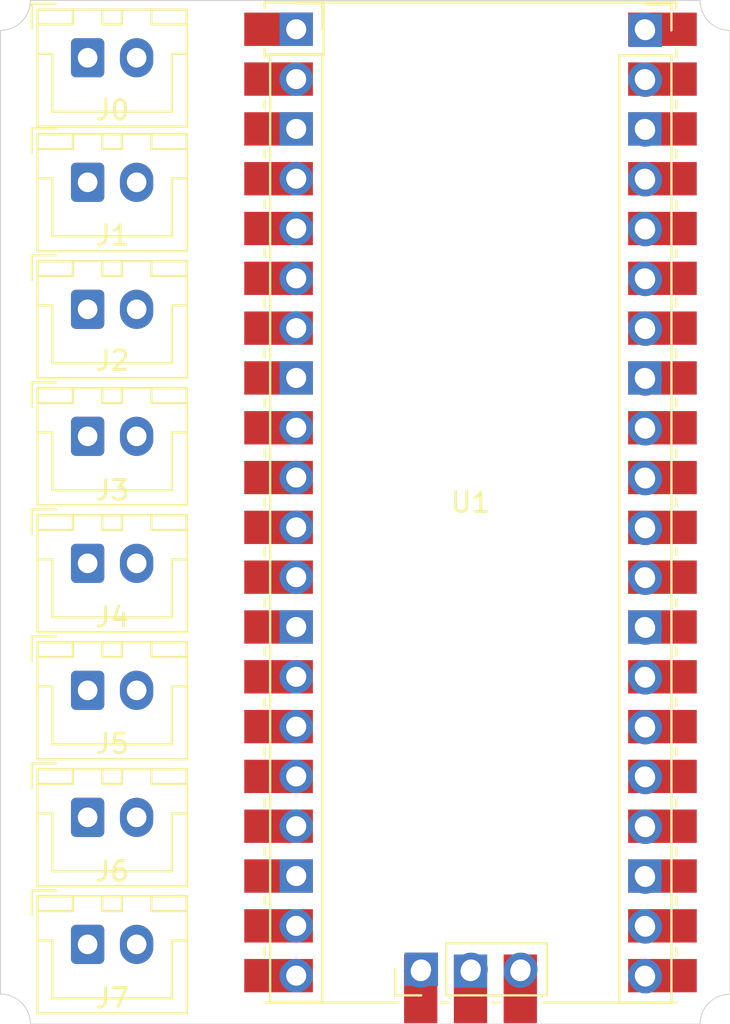
<source format=kicad_pcb>
(kicad_pcb (version 20171130) (host pcbnew "(5.1.12)-1")

  (general
    (thickness 1.6)
    (drawings 8)
    (tracks 0)
    (zones 0)
    (modules 12)
    (nets 39)
  )

  (page A4)
  (layers
    (0 F.Cu signal hide)
    (31 B.Cu signal hide)
    (32 B.Adhes user)
    (33 F.Adhes user)
    (34 B.Paste user)
    (35 F.Paste user)
    (36 B.SilkS user)
    (37 F.SilkS user)
    (38 B.Mask user)
    (39 F.Mask user)
    (40 Dwgs.User user)
    (41 Cmts.User user)
    (42 Eco1.User user)
    (43 Eco2.User user)
    (44 Edge.Cuts user)
    (45 Margin user)
    (46 B.CrtYd user)
    (47 F.CrtYd user)
    (48 B.Fab user)
    (49 F.Fab user)
  )

  (setup
    (last_trace_width 0.25)
    (trace_clearance 0.2)
    (zone_clearance 0.508)
    (zone_45_only no)
    (trace_min 0.2)
    (via_size 0.8)
    (via_drill 0.4)
    (via_min_size 0.4)
    (via_min_drill 0.3)
    (uvia_size 0.3)
    (uvia_drill 0.1)
    (uvias_allowed no)
    (uvia_min_size 0.2)
    (uvia_min_drill 0.1)
    (edge_width 0.1)
    (segment_width 0.2)
    (pcb_text_width 0.3)
    (pcb_text_size 1.5 1.5)
    (mod_edge_width 0.15)
    (mod_text_size 1 1)
    (mod_text_width 0.15)
    (pad_size 1.524 1.524)
    (pad_drill 0.762)
    (pad_to_mask_clearance 0)
    (aux_axis_origin 0 0)
    (visible_elements 7FFFFFFF)
    (pcbplotparams
      (layerselection 0x010fc_ffffffff)
      (usegerberextensions false)
      (usegerberattributes true)
      (usegerberadvancedattributes true)
      (creategerberjobfile true)
      (excludeedgelayer true)
      (linewidth 0.100000)
      (plotframeref false)
      (viasonmask false)
      (mode 1)
      (useauxorigin false)
      (hpglpennumber 1)
      (hpglpenspeed 20)
      (hpglpendiameter 15.000000)
      (psnegative false)
      (psa4output false)
      (plotreference true)
      (plotvalue true)
      (plotinvisibletext false)
      (padsonsilk false)
      (subtractmaskfromsilk false)
      (outputformat 1)
      (mirror false)
      (drillshape 1)
      (scaleselection 1)
      (outputdirectory ""))
  )

  (net 0 "")
  (net 1 pin_11)
  (net 2 "Net-(J0-Pad1)")
  (net 3 pin_12)
  (net 4 pin_14)
  (net 5 pin_15)
  (net 6 pin_16)
  (net 7 pin_17)
  (net 8 pin_19)
  (net 9 pin_20)
  (net 10 pin_18)
  (net 11 GND)
  (net 12 /pin_10)
  (net 13 /pin_9)
  (net 14 /pin_7)
  (net 15 /pin_6)
  (net 16 /pin_5)
  (net 17 /pin_4)
  (net 18 /pin_2)
  (net 19 /pin_1)
  (net 20 /pin_21)
  (net 21 /pin_22)
  (net 22 /pin_24)
  (net 23 /pin_25)
  (net 24 /pin_26)
  (net 25 /pin_27)
  (net 26 /pin_29)
  (net 27 /pin_30)
  (net 28 /pin_31)
  (net 29 /pin_32)
  (net 30 /pin_33)
  (net 31 /pin_34)
  (net 32 /pin_35)
  (net 33 /pin_36)
  (net 34 /pin_37)
  (net 35 /pin_39)
  (net 36 /pin_40)
  (net 37 /pin_43)
  (net 38 /pin_41)

  (net_class Default "This is the default net class."
    (clearance 0.2)
    (trace_width 0.25)
    (via_dia 0.8)
    (via_drill 0.4)
    (uvia_dia 0.3)
    (uvia_drill 0.1)
    (add_net /pin_1)
    (add_net /pin_10)
    (add_net /pin_2)
    (add_net /pin_21)
    (add_net /pin_22)
    (add_net /pin_24)
    (add_net /pin_25)
    (add_net /pin_26)
    (add_net /pin_27)
    (add_net /pin_29)
    (add_net /pin_30)
    (add_net /pin_31)
    (add_net /pin_32)
    (add_net /pin_33)
    (add_net /pin_34)
    (add_net /pin_35)
    (add_net /pin_36)
    (add_net /pin_37)
    (add_net /pin_39)
    (add_net /pin_4)
    (add_net /pin_40)
    (add_net /pin_41)
    (add_net /pin_43)
    (add_net /pin_5)
    (add_net /pin_6)
    (add_net /pin_7)
    (add_net /pin_9)
    (add_net GND)
    (add_net "Net-(J0-Pad1)")
    (add_net pin_11)
    (add_net pin_12)
    (add_net pin_14)
    (add_net pin_15)
    (add_net pin_16)
    (add_net pin_17)
    (add_net pin_18)
    (add_net pin_19)
    (add_net pin_20)
  )

  (module MCU_RaspberryPi_and_Boards:RPi_Pico_SMD_TH (layer F.Cu) (tedit 61EC7A7A) (tstamp 61F9F696)
    (at 109.445999 71.318)
    (descr "Through hole straight pin header, 2x20, 2.54mm pitch, double rows")
    (tags "Through hole pin header THT 2x20 2.54mm double row")
    (path /61EC882D)
    (fp_text reference U1 (at 8.89 24.13) (layer F.SilkS)
      (effects (font (size 1 1) (thickness 0.15)))
    )
    (fp_text value Pico (at 8.89 26.289) (layer F.Fab)
      (effects (font (size 1 1) (thickness 0.15)))
    )
    (fp_poly (pts (xy 12.59 3.93) (xy 5.19 3.93) (xy 5.19 -0.77) (xy 12.59 -0.77)) (layer Dwgs.User) (width 0.1))
    (fp_poly (pts (xy 7.39 12.63) (xy 5.39 12.63) (xy 5.39 10.63) (xy 7.39 10.63)) (layer Dwgs.User) (width 0.1))
    (fp_poly (pts (xy 7.39 10.13) (xy 5.39 10.13) (xy 5.39 8.13) (xy 7.39 8.13)) (layer Dwgs.User) (width 0.1))
    (fp_poly (pts (xy 7.39 7.63) (xy 5.39 7.63) (xy 5.39 5.63) (xy 7.39 5.63)) (layer Dwgs.User) (width 0.1))
    (fp_line (start -1.61 -1.37) (end 19.39 -1.37) (layer F.Fab) (width 0.12))
    (fp_line (start 19.39 -1.37) (end 19.39 49.63) (layer F.Fab) (width 0.12))
    (fp_line (start 19.39 49.63) (end -1.61 49.63) (layer F.Fab) (width 0.12))
    (fp_line (start -1.61 49.63) (end -1.61 -1.37) (layer F.Fab) (width 0.12))
    (fp_line (start -1.61 -0.07) (end -0.31 -1.37) (layer F.Fab) (width 0.12))
    (fp_line (start -2.11 -1.87) (end 19.89 -1.87) (layer F.CrtYd) (width 0.12))
    (fp_line (start 19.89 -1.87) (end 19.89 50.13) (layer F.CrtYd) (width 0.12))
    (fp_line (start 19.89 50.13) (end -2.11 50.13) (layer F.CrtYd) (width 0.12))
    (fp_line (start -2.11 50.13) (end -2.11 -1.87) (layer F.CrtYd) (width 0.12))
    (fp_line (start -1.61 -1.37) (end 19.39 -1.37) (layer F.SilkS) (width 0.12))
    (fp_line (start 5.19 49.63) (end -1.61 49.63) (layer F.SilkS) (width 0.12))
    (fp_line (start -1.61 1.297) (end 1.397 1.297) (layer F.SilkS) (width 0.12))
    (fp_line (start 1.397 1.297) (end 1.397 -1.37) (layer F.SilkS) (width 0.12))
    (fp_line (start -1.61 -1.37) (end -1.61 -1.07) (layer F.SilkS) (width 0.12))
    (fp_line (start -1.61 1.03) (end -1.61 1.43) (layer F.SilkS) (width 0.12))
    (fp_line (start -1.61 3.63) (end -1.61 4.03) (layer F.SilkS) (width 0.12))
    (fp_line (start -1.61 6.13) (end -1.61 6.53) (layer F.SilkS) (width 0.12))
    (fp_line (start -1.61 8.73) (end -1.61 9.13) (layer F.SilkS) (width 0.12))
    (fp_line (start -1.61 11.23) (end -1.61 11.63) (layer F.SilkS) (width 0.12))
    (fp_line (start -1.61 13.73) (end -1.61 14.13) (layer F.SilkS) (width 0.12))
    (fp_line (start -1.61 16.33) (end -1.61 16.73) (layer F.SilkS) (width 0.12))
    (fp_line (start -1.61 18.83) (end -1.61 19.23) (layer F.SilkS) (width 0.12))
    (fp_line (start -1.61 21.43) (end -1.61 21.83) (layer F.SilkS) (width 0.12))
    (fp_line (start -1.61 23.93) (end -1.61 24.33) (layer F.SilkS) (width 0.12))
    (fp_line (start -1.61 26.43) (end -1.61 26.83) (layer F.SilkS) (width 0.12))
    (fp_line (start -1.61 29.03) (end -1.61 29.43) (layer F.SilkS) (width 0.12))
    (fp_line (start -1.61 31.53) (end -1.61 31.93) (layer F.SilkS) (width 0.12))
    (fp_line (start -1.61 34.13) (end -1.61 34.53) (layer F.SilkS) (width 0.12))
    (fp_line (start -1.61 36.63) (end -1.61 37.03) (layer F.SilkS) (width 0.12))
    (fp_line (start -1.61 39.23) (end -1.61 39.63) (layer F.SilkS) (width 0.12))
    (fp_line (start -1.61 41.73) (end -1.61 42.13) (layer F.SilkS) (width 0.12))
    (fp_line (start -1.61 44.23) (end -1.61 44.63) (layer F.SilkS) (width 0.12))
    (fp_line (start -1.61 46.83) (end -1.61 47.23) (layer F.SilkS) (width 0.12))
    (fp_line (start 19.39 13.73) (end 19.39 14.13) (layer F.SilkS) (width 0.12))
    (fp_line (start 19.39 18.83) (end 19.39 19.23) (layer F.SilkS) (width 0.12))
    (fp_line (start 19.39 26.43) (end 19.39 26.83) (layer F.SilkS) (width 0.12))
    (fp_line (start 19.39 34.13) (end 19.39 34.53) (layer F.SilkS) (width 0.12))
    (fp_line (start 19.39 3.63) (end 19.39 4.03) (layer F.SilkS) (width 0.12))
    (fp_line (start 19.39 1.03) (end 19.39 1.43) (layer F.SilkS) (width 0.12))
    (fp_line (start 19.39 8.73) (end 19.39 9.13) (layer F.SilkS) (width 0.12))
    (fp_line (start 19.39 41.73) (end 19.39 42.13) (layer F.SilkS) (width 0.12))
    (fp_line (start 19.39 46.83) (end 19.39 47.23) (layer F.SilkS) (width 0.12))
    (fp_line (start 19.39 44.23) (end 19.39 44.63) (layer F.SilkS) (width 0.12))
    (fp_line (start 19.39 29.03) (end 19.39 29.43) (layer F.SilkS) (width 0.12))
    (fp_line (start 19.39 23.93) (end 19.39 24.33) (layer F.SilkS) (width 0.12))
    (fp_line (start 19.39 11.23) (end 19.39 11.63) (layer F.SilkS) (width 0.12))
    (fp_line (start 19.39 16.33) (end 19.39 16.73) (layer F.SilkS) (width 0.12))
    (fp_line (start 19.39 36.63) (end 19.39 37.03) (layer F.SilkS) (width 0.12))
    (fp_line (start 19.39 21.43) (end 19.39 21.83) (layer F.SilkS) (width 0.12))
    (fp_line (start 19.39 -1.37) (end 19.39 -1.07) (layer F.SilkS) (width 0.12))
    (fp_line (start 19.39 6.13) (end 19.39 6.53) (layer F.SilkS) (width 0.12))
    (fp_line (start 19.39 31.53) (end 19.39 31.93) (layer F.SilkS) (width 0.12))
    (fp_line (start 19.39 39.23) (end 19.39 39.63) (layer F.SilkS) (width 0.12))
    (fp_line (start 19.39 49.63) (end 12.59 49.63) (layer F.SilkS) (width 0.12))
    (fp_line (start 7.39 49.63) (end 7.79 49.63) (layer F.SilkS) (width 0.12))
    (fp_line (start 9.99 49.63) (end 10.39 49.63) (layer F.SilkS) (width 0.12))
    (fp_text user %R (at 8.89 24.13 180) (layer F.Fab)
      (effects (font (size 1 1) (thickness 0.15)))
    )
    (pad 43 thru_hole oval (at 11.43 48.03) (size 1.7 1.7) (drill 1.02) (layers *.Cu *.Mask)
      (net 37 /pin_43))
    (pad 43 smd rect (at 11.43 48.03 90) (size 3.5 1.7) (drill (offset -0.9 0)) (layers F.Cu F.Mask)
      (net 37 /pin_43))
    (pad 42 thru_hole rect (at 8.89 48.03) (size 1.7 1.7) (drill 1.02) (layers *.Cu *.Mask)
      (net 2 "Net-(J0-Pad1)"))
    (pad 42 smd rect (at 8.89 48.03 90) (size 3.5 1.7) (drill (offset -0.9 0)) (layers F.Cu F.Mask)
      (net 2 "Net-(J0-Pad1)"))
    (pad 41 thru_hole oval (at 6.35 48.03) (size 1.7 1.7) (drill 1.02) (layers *.Cu *.Mask)
      (net 38 /pin_41))
    (pad 41 smd rect (at 6.35 48.03 90) (size 3.5 1.7) (drill (offset -0.9 0)) (layers F.Cu F.Mask)
      (net 38 /pin_41))
    (pad "" np_thru_hole oval (at 11.315 3.16) (size 1.5 1.5) (drill 1.5) (layers *.Cu *.Mask))
    (pad "" np_thru_hole oval (at 6.465 3.16) (size 1.5 1.5) (drill 1.5) (layers *.Cu *.Mask))
    (pad "" np_thru_hole oval (at 11.615 0.13) (size 1.8 1.8) (drill 1.8) (layers *.Cu *.Mask))
    (pad "" np_thru_hole oval (at 6.165 0.13) (size 1.8 1.8) (drill 1.8) (layers *.Cu *.Mask))
    (pad 21 smd rect (at 17.78 48.26) (size 3.5 1.7) (drill (offset 0.9 0)) (layers F.Cu F.Mask)
      (net 20 /pin_21))
    (pad 22 smd rect (at 17.78 45.72) (size 3.5 1.7) (drill (offset 0.9 0)) (layers F.Cu F.Mask)
      (net 21 /pin_22))
    (pad 23 smd rect (at 17.78 43.18) (size 3.5 1.7) (drill (offset 0.9 0)) (layers F.Cu F.Mask)
      (net 2 "Net-(J0-Pad1)"))
    (pad 24 smd rect (at 17.78 40.64) (size 3.5 1.7) (drill (offset 0.9 0)) (layers F.Cu F.Mask)
      (net 22 /pin_24))
    (pad 25 smd rect (at 17.78 38.1) (size 3.5 1.7) (drill (offset 0.9 0)) (layers F.Cu F.Mask)
      (net 23 /pin_25))
    (pad 26 smd rect (at 17.78 35.56) (size 3.5 1.7) (drill (offset 0.9 0)) (layers F.Cu F.Mask)
      (net 24 /pin_26))
    (pad 27 smd rect (at 17.78 33.02) (size 3.5 1.7) (drill (offset 0.9 0)) (layers F.Cu F.Mask)
      (net 25 /pin_27))
    (pad 28 smd rect (at 17.78 30.48) (size 3.5 1.7) (drill (offset 0.9 0)) (layers F.Cu F.Mask)
      (net 2 "Net-(J0-Pad1)"))
    (pad 29 smd rect (at 17.78 27.94) (size 3.5 1.7) (drill (offset 0.9 0)) (layers F.Cu F.Mask)
      (net 26 /pin_29))
    (pad 30 smd rect (at 17.78 25.4) (size 3.5 1.7) (drill (offset 0.9 0)) (layers F.Cu F.Mask)
      (net 27 /pin_30))
    (pad 31 smd rect (at 17.78 22.86) (size 3.5 1.7) (drill (offset 0.9 0)) (layers F.Cu F.Mask)
      (net 28 /pin_31))
    (pad 32 smd rect (at 17.78 20.32) (size 3.5 1.7) (drill (offset 0.9 0)) (layers F.Cu F.Mask)
      (net 29 /pin_32))
    (pad 33 smd rect (at 17.78 17.78) (size 3.5 1.7) (drill (offset 0.9 0)) (layers F.Cu F.Mask)
      (net 30 /pin_33))
    (pad 34 smd rect (at 17.78 15.24) (size 3.5 1.7) (drill (offset 0.9 0)) (layers F.Cu F.Mask)
      (net 31 /pin_34))
    (pad 35 smd rect (at 17.78 12.7) (size 3.5 1.7) (drill (offset 0.9 0)) (layers F.Cu F.Mask)
      (net 32 /pin_35))
    (pad 36 smd rect (at 17.78 10.16) (size 3.5 1.7) (drill (offset 0.9 0)) (layers F.Cu F.Mask)
      (net 33 /pin_36))
    (pad 37 smd rect (at 17.78 7.62) (size 3.5 1.7) (drill (offset 0.9 0)) (layers F.Cu F.Mask)
      (net 34 /pin_37))
    (pad 38 smd rect (at 17.78 5.08) (size 3.5 1.7) (drill (offset 0.9 0)) (layers F.Cu F.Mask)
      (net 2 "Net-(J0-Pad1)"))
    (pad 39 smd rect (at 17.78 2.54) (size 3.5 1.7) (drill (offset 0.9 0)) (layers F.Cu F.Mask)
      (net 35 /pin_39))
    (pad 40 smd rect (at 17.78 0) (size 3.5 1.7) (drill (offset 0.9 0)) (layers F.Cu F.Mask)
      (net 36 /pin_40))
    (pad 20 smd rect (at 0 48.26) (size 3.5 1.7) (drill (offset -0.9 0)) (layers F.Cu F.Mask)
      (net 9 pin_20))
    (pad 19 smd rect (at 0 45.72) (size 3.5 1.7) (drill (offset -0.9 0)) (layers F.Cu F.Mask)
      (net 8 pin_19))
    (pad 18 smd rect (at 0 43.18) (size 3.5 1.7) (drill (offset -0.9 0)) (layers F.Cu F.Mask)
      (net 2 "Net-(J0-Pad1)"))
    (pad 17 smd rect (at 0 40.64) (size 3.5 1.7) (drill (offset -0.9 0)) (layers F.Cu F.Mask)
      (net 7 pin_17))
    (pad 16 smd rect (at 0 38.1) (size 3.5 1.7) (drill (offset -0.9 0)) (layers F.Cu F.Mask)
      (net 6 pin_16))
    (pad 15 smd rect (at 0 35.56) (size 3.5 1.7) (drill (offset -0.9 0)) (layers F.Cu F.Mask)
      (net 5 pin_15))
    (pad 14 smd rect (at 0 33.02) (size 3.5 1.7) (drill (offset -0.9 0)) (layers F.Cu F.Mask)
      (net 4 pin_14))
    (pad 13 smd rect (at 0 30.48) (size 3.5 1.7) (drill (offset -0.9 0)) (layers F.Cu F.Mask)
      (net 2 "Net-(J0-Pad1)"))
    (pad 12 smd rect (at 0 27.94) (size 3.5 1.7) (drill (offset -0.9 0)) (layers F.Cu F.Mask)
      (net 3 pin_12))
    (pad 11 smd rect (at 0 25.4) (size 3.5 1.7) (drill (offset -0.9 0)) (layers F.Cu F.Mask)
      (net 1 pin_11))
    (pad 10 smd rect (at 0 22.86) (size 3.5 1.7) (drill (offset -0.9 0)) (layers F.Cu F.Mask)
      (net 12 /pin_10))
    (pad 9 smd rect (at 0 20.32) (size 3.5 1.7) (drill (offset -0.9 0)) (layers F.Cu F.Mask)
      (net 13 /pin_9))
    (pad 8 smd rect (at 0 17.78) (size 3.5 1.7) (drill (offset -0.9 0)) (layers F.Cu F.Mask)
      (net 2 "Net-(J0-Pad1)"))
    (pad 7 smd rect (at 0 15.24) (size 3.5 1.7) (drill (offset -0.9 0)) (layers F.Cu F.Mask)
      (net 14 /pin_7))
    (pad 6 smd rect (at 0 12.7) (size 3.5 1.7) (drill (offset -0.9 0)) (layers F.Cu F.Mask)
      (net 15 /pin_6))
    (pad 5 smd rect (at 0 10.16) (size 3.5 1.7) (drill (offset -0.9 0)) (layers F.Cu F.Mask)
      (net 16 /pin_5))
    (pad 4 smd rect (at 0 7.62) (size 3.5 1.7) (drill (offset -0.9 0)) (layers F.Cu F.Mask)
      (net 17 /pin_4))
    (pad 3 smd rect (at 0 5.08) (size 3.5 1.7) (drill (offset -0.9 0)) (layers F.Cu F.Mask)
      (net 2 "Net-(J0-Pad1)"))
    (pad 2 smd rect (at 0 2.54) (size 3.5 1.7) (drill (offset -0.9 0)) (layers F.Cu F.Mask)
      (net 18 /pin_2))
    (pad 1 smd rect (at 0 0) (size 3.5 1.7) (drill (offset -0.9 0)) (layers F.Cu F.Mask)
      (net 19 /pin_1))
    (pad 40 thru_hole oval (at 17.78 0) (size 1.7 1.7) (drill 1.02) (layers *.Cu *.Mask)
      (net 36 /pin_40))
    (pad 39 thru_hole oval (at 17.78 2.54) (size 1.7 1.7) (drill 1.02) (layers *.Cu *.Mask)
      (net 35 /pin_39))
    (pad 38 thru_hole rect (at 17.78 5.08) (size 1.7 1.7) (drill 1.02) (layers *.Cu *.Mask)
      (net 2 "Net-(J0-Pad1)"))
    (pad 37 thru_hole oval (at 17.78 7.62) (size 1.7 1.7) (drill 1.02) (layers *.Cu *.Mask)
      (net 34 /pin_37))
    (pad 36 thru_hole oval (at 17.78 10.16) (size 1.7 1.7) (drill 1.02) (layers *.Cu *.Mask)
      (net 33 /pin_36))
    (pad 35 thru_hole oval (at 17.78 12.7) (size 1.7 1.7) (drill 1.02) (layers *.Cu *.Mask)
      (net 32 /pin_35))
    (pad 34 thru_hole oval (at 17.78 15.24) (size 1.7 1.7) (drill 1.02) (layers *.Cu *.Mask)
      (net 31 /pin_34))
    (pad 33 thru_hole rect (at 17.78 17.78) (size 1.7 1.7) (drill 1.02) (layers *.Cu *.Mask)
      (net 30 /pin_33))
    (pad 32 thru_hole oval (at 17.78 20.32) (size 1.7 1.7) (drill 1.02) (layers *.Cu *.Mask)
      (net 29 /pin_32))
    (pad 31 thru_hole oval (at 17.78 22.86) (size 1.7 1.7) (drill 1.02) (layers *.Cu *.Mask)
      (net 28 /pin_31))
    (pad 30 thru_hole oval (at 17.78 25.4) (size 1.7 1.7) (drill 1.02) (layers *.Cu *.Mask)
      (net 27 /pin_30))
    (pad 29 thru_hole oval (at 17.78 27.94) (size 1.7 1.7) (drill 1.02) (layers *.Cu *.Mask)
      (net 26 /pin_29))
    (pad 28 thru_hole rect (at 17.78 30.48) (size 1.7 1.7) (drill 1.02) (layers *.Cu *.Mask)
      (net 2 "Net-(J0-Pad1)"))
    (pad 27 thru_hole oval (at 17.78 33.02) (size 1.7 1.7) (drill 1.02) (layers *.Cu *.Mask)
      (net 25 /pin_27))
    (pad 26 thru_hole oval (at 17.78 35.56) (size 1.7 1.7) (drill 1.02) (layers *.Cu *.Mask)
      (net 24 /pin_26))
    (pad 25 thru_hole oval (at 17.78 38.1) (size 1.7 1.7) (drill 1.02) (layers *.Cu *.Mask)
      (net 23 /pin_25))
    (pad 24 thru_hole oval (at 17.78 40.64) (size 1.7 1.7) (drill 1.02) (layers *.Cu *.Mask)
      (net 22 /pin_24))
    (pad 23 thru_hole rect (at 17.78 43.18) (size 1.7 1.7) (drill 1.02) (layers *.Cu *.Mask)
      (net 2 "Net-(J0-Pad1)"))
    (pad 22 thru_hole oval (at 17.78 45.72) (size 1.7 1.7) (drill 1.02) (layers *.Cu *.Mask)
      (net 21 /pin_22))
    (pad 21 thru_hole oval (at 17.78 48.26) (size 1.7 1.7) (drill 1.02) (layers *.Cu *.Mask)
      (net 20 /pin_21))
    (pad 20 thru_hole oval (at 0 48.26) (size 1.7 1.7) (drill 1.02) (layers *.Cu *.Mask)
      (net 9 pin_20))
    (pad 19 thru_hole oval (at 0 45.72) (size 1.7 1.7) (drill 1.02) (layers *.Cu *.Mask)
      (net 8 pin_19))
    (pad 18 thru_hole rect (at 0 43.18) (size 1.7 1.7) (drill 1.02) (layers *.Cu *.Mask)
      (net 2 "Net-(J0-Pad1)"))
    (pad 17 thru_hole oval (at 0 40.64) (size 1.7 1.7) (drill 1.02) (layers *.Cu *.Mask)
      (net 7 pin_17))
    (pad 16 thru_hole oval (at 0 38.1) (size 1.7 1.7) (drill 1.02) (layers *.Cu *.Mask)
      (net 6 pin_16))
    (pad 15 thru_hole oval (at 0 35.56) (size 1.7 1.7) (drill 1.02) (layers *.Cu *.Mask)
      (net 5 pin_15))
    (pad 14 thru_hole oval (at 0 33.02) (size 1.7 1.7) (drill 1.02) (layers *.Cu *.Mask)
      (net 4 pin_14))
    (pad 13 thru_hole rect (at 0 30.48) (size 1.7 1.7) (drill 1.02) (layers *.Cu *.Mask)
      (net 2 "Net-(J0-Pad1)"))
    (pad 12 thru_hole oval (at 0 27.94) (size 1.7 1.7) (drill 1.02) (layers *.Cu *.Mask)
      (net 3 pin_12))
    (pad 11 thru_hole oval (at 0 25.4) (size 1.7 1.7) (drill 1.02) (layers *.Cu *.Mask)
      (net 1 pin_11))
    (pad 10 thru_hole oval (at 0 22.86) (size 1.7 1.7) (drill 1.02) (layers *.Cu *.Mask)
      (net 12 /pin_10))
    (pad 9 thru_hole oval (at 0 20.32) (size 1.7 1.7) (drill 1.02) (layers *.Cu *.Mask)
      (net 13 /pin_9))
    (pad 8 thru_hole rect (at 0 17.78) (size 1.7 1.7) (drill 1.02) (layers *.Cu *.Mask)
      (net 2 "Net-(J0-Pad1)"))
    (pad 7 thru_hole oval (at 0 15.24) (size 1.7 1.7) (drill 1.02) (layers *.Cu *.Mask)
      (net 14 /pin_7))
    (pad 6 thru_hole oval (at 0 12.7) (size 1.7 1.7) (drill 1.02) (layers *.Cu *.Mask)
      (net 15 /pin_6))
    (pad 5 thru_hole oval (at 0 10.16) (size 1.7 1.7) (drill 1.02) (layers *.Cu *.Mask)
      (net 16 /pin_5))
    (pad 4 thru_hole oval (at 0 7.62) (size 1.7 1.7) (drill 1.02) (layers *.Cu *.Mask)
      (net 17 /pin_4))
    (pad 3 thru_hole rect (at 0 5.08) (size 1.7 1.7) (drill 1.02) (layers *.Cu *.Mask)
      (net 2 "Net-(J0-Pad1)"))
    (pad 2 thru_hole oval (at 0 2.54) (size 1.7 1.7) (drill 1.02) (layers *.Cu *.Mask)
      (net 18 /pin_2))
    (pad 1 thru_hole oval (at 0 0) (size 1.7 1.7) (drill 1.02) (layers *.Cu *.Mask)
      (net 19 /pin_1))
    (model D:/KiCAD/RP_Silicon_KiCad-main/KiCadLibraries/MCU_RaspberryPi_and_Boards.3dshapes/Pico.wrl
      (offset (xyz 9 -24.09 0))
      (scale (xyz 1 1 1))
      (rotate (xyz 0 0 0))
    )
    (model D:/KiCAD/RP_Silicon_KiCad-main/KiCadLibraries/MCU_RaspberryPi_and_Boards.3dshapes/Pico-R3.step
      (offset (xyz -1.4986 -49.5867944 0.49022))
      (scale (xyz 1 1 1))
      (rotate (xyz -90 0 0))
    )
  )

  (module Connector_PinHeader_2.54mm:PinHeader_1x03_P2.54mm_Vertical (layer F.Cu) (tedit 59FED5CC) (tstamp 61F9F5D0)
    (at 115.824 119.253 90)
    (descr "Through hole straight pin header, 1x03, 2.54mm pitch, single row")
    (tags "Through hole pin header THT 1x03 2.54mm single row")
    (path /620A257B)
    (fp_text reference J10 (at 2.159 2.413 180) (layer F.SilkS) hide
      (effects (font (size 1 1) (thickness 0.15)))
    )
    (fp_text value Conn_01x03_Male (at 2.921 2.667) (layer F.Fab)
      (effects (font (size 1 1) (thickness 0.15)))
    )
    (fp_line (start 1.8 -1.8) (end -1.8 -1.8) (layer F.CrtYd) (width 0.05))
    (fp_line (start 1.8 6.85) (end 1.8 -1.8) (layer F.CrtYd) (width 0.05))
    (fp_line (start -1.8 6.85) (end 1.8 6.85) (layer F.CrtYd) (width 0.05))
    (fp_line (start -1.8 -1.8) (end -1.8 6.85) (layer F.CrtYd) (width 0.05))
    (fp_line (start -1.33 -1.33) (end 0 -1.33) (layer F.SilkS) (width 0.12))
    (fp_line (start -1.33 0) (end -1.33 -1.33) (layer F.SilkS) (width 0.12))
    (fp_line (start -1.33 1.27) (end 1.33 1.27) (layer F.SilkS) (width 0.12))
    (fp_line (start 1.33 1.27) (end 1.33 6.41) (layer F.SilkS) (width 0.12))
    (fp_line (start -1.33 1.27) (end -1.33 6.41) (layer F.SilkS) (width 0.12))
    (fp_line (start -1.33 6.41) (end 1.33 6.41) (layer F.SilkS) (width 0.12))
    (fp_line (start -1.27 -0.635) (end -0.635 -1.27) (layer F.Fab) (width 0.1))
    (fp_line (start -1.27 6.35) (end -1.27 -0.635) (layer F.Fab) (width 0.1))
    (fp_line (start 1.27 6.35) (end -1.27 6.35) (layer F.Fab) (width 0.1))
    (fp_line (start 1.27 -1.27) (end 1.27 6.35) (layer F.Fab) (width 0.1))
    (fp_line (start -0.635 -1.27) (end 1.27 -1.27) (layer F.Fab) (width 0.1))
    (fp_text user %R (at 0 2.54) (layer F.Fab)
      (effects (font (size 1 1) (thickness 0.15)))
    )
    (pad 3 thru_hole oval (at 0 5.08 90) (size 1.7 1.7) (drill 1) (layers *.Cu *.Mask)
      (net 37 /pin_43))
    (pad 2 thru_hole oval (at 0 2.54 90) (size 1.7 1.7) (drill 1) (layers *.Cu *.Mask)
      (net 11 GND))
    (pad 1 thru_hole rect (at 0 0 90) (size 1.7 1.7) (drill 1) (layers *.Cu *.Mask)
      (net 38 /pin_41))
    (model ${KISYS3DMOD}/Connector_PinHeader_2.54mm.3dshapes/PinHeader_1x03_P2.54mm_Vertical.wrl
      (offset (xyz 0 0 0.9144))
      (scale (xyz 1 1 1))
      (rotate (xyz 0 0 0))
    )
  )

  (module Connector_PinSocket_2.54mm:PinSocket_1x20_P2.54mm_Vertical (layer F.Cu) (tedit 5A19A41E) (tstamp 61F9F5B9)
    (at 127.254 71.374)
    (descr "Through hole straight socket strip, 1x20, 2.54mm pitch, single row (from Kicad 4.0.7), script generated")
    (tags "Through hole socket strip THT 1x20 2.54mm single row")
    (path /61FF5FD5)
    (fp_text reference J9 (at 0 -2.77) (layer F.SilkS) hide
      (effects (font (size 1 1) (thickness 0.15)))
    )
    (fp_text value Conn_01x20_Female (at -2.159 28.702 -90) (layer F.Fab)
      (effects (font (size 1 1) (thickness 0.15)))
    )
    (fp_line (start -1.8 50) (end -1.8 -1.8) (layer F.CrtYd) (width 0.05))
    (fp_line (start 1.75 50) (end -1.8 50) (layer F.CrtYd) (width 0.05))
    (fp_line (start 1.75 -1.8) (end 1.75 50) (layer F.CrtYd) (width 0.05))
    (fp_line (start -1.8 -1.8) (end 1.75 -1.8) (layer F.CrtYd) (width 0.05))
    (fp_line (start 0 -1.33) (end 1.33 -1.33) (layer F.SilkS) (width 0.12))
    (fp_line (start 1.33 -1.33) (end 1.33 0) (layer F.SilkS) (width 0.12))
    (fp_line (start 1.33 1.27) (end 1.33 49.59) (layer F.SilkS) (width 0.12))
    (fp_line (start -1.33 49.59) (end 1.33 49.59) (layer F.SilkS) (width 0.12))
    (fp_line (start -1.33 1.27) (end -1.33 49.59) (layer F.SilkS) (width 0.12))
    (fp_line (start -1.33 1.27) (end 1.33 1.27) (layer F.SilkS) (width 0.12))
    (fp_line (start -1.27 49.53) (end -1.27 -1.27) (layer F.Fab) (width 0.1))
    (fp_line (start 1.27 49.53) (end -1.27 49.53) (layer F.Fab) (width 0.1))
    (fp_line (start 1.27 -0.635) (end 1.27 49.53) (layer F.Fab) (width 0.1))
    (fp_line (start 0.635 -1.27) (end 1.27 -0.635) (layer F.Fab) (width 0.1))
    (fp_line (start -1.27 -1.27) (end 0.635 -1.27) (layer F.Fab) (width 0.1))
    (fp_text user %R (at 0 24.13 90) (layer F.Fab)
      (effects (font (size 1 1) (thickness 0.15)))
    )
    (pad 20 thru_hole oval (at 0 48.26) (size 1.7 1.7) (drill 1) (layers *.Cu *.Mask)
      (net 20 /pin_21))
    (pad 19 thru_hole oval (at 0 45.72) (size 1.7 1.7) (drill 1) (layers *.Cu *.Mask)
      (net 21 /pin_22))
    (pad 18 thru_hole oval (at 0 43.18) (size 1.7 1.7) (drill 1) (layers *.Cu *.Mask)
      (net 11 GND))
    (pad 17 thru_hole oval (at 0 40.64) (size 1.7 1.7) (drill 1) (layers *.Cu *.Mask)
      (net 22 /pin_24))
    (pad 16 thru_hole oval (at 0 38.1) (size 1.7 1.7) (drill 1) (layers *.Cu *.Mask)
      (net 23 /pin_25))
    (pad 15 thru_hole oval (at 0 35.56) (size 1.7 1.7) (drill 1) (layers *.Cu *.Mask)
      (net 24 /pin_26))
    (pad 14 thru_hole oval (at 0 33.02) (size 1.7 1.7) (drill 1) (layers *.Cu *.Mask)
      (net 25 /pin_27))
    (pad 13 thru_hole oval (at 0 30.48) (size 1.7 1.7) (drill 1) (layers *.Cu *.Mask)
      (net 11 GND))
    (pad 12 thru_hole oval (at 0 27.94) (size 1.7 1.7) (drill 1) (layers *.Cu *.Mask)
      (net 26 /pin_29))
    (pad 11 thru_hole oval (at 0 25.4) (size 1.7 1.7) (drill 1) (layers *.Cu *.Mask)
      (net 27 /pin_30))
    (pad 10 thru_hole oval (at 0 22.86) (size 1.7 1.7) (drill 1) (layers *.Cu *.Mask)
      (net 28 /pin_31))
    (pad 9 thru_hole oval (at 0 20.32) (size 1.7 1.7) (drill 1) (layers *.Cu *.Mask)
      (net 29 /pin_32))
    (pad 8 thru_hole oval (at 0 17.78) (size 1.7 1.7) (drill 1) (layers *.Cu *.Mask)
      (net 30 /pin_33))
    (pad 7 thru_hole oval (at 0 15.24) (size 1.7 1.7) (drill 1) (layers *.Cu *.Mask)
      (net 31 /pin_34))
    (pad 6 thru_hole oval (at 0 12.7) (size 1.7 1.7) (drill 1) (layers *.Cu *.Mask)
      (net 32 /pin_35))
    (pad 5 thru_hole oval (at 0 10.16) (size 1.7 1.7) (drill 1) (layers *.Cu *.Mask)
      (net 33 /pin_36))
    (pad 4 thru_hole oval (at 0 7.62) (size 1.7 1.7) (drill 1) (layers *.Cu *.Mask)
      (net 34 /pin_37))
    (pad 3 thru_hole oval (at 0 5.08) (size 1.7 1.7) (drill 1) (layers *.Cu *.Mask)
      (net 11 GND))
    (pad 2 thru_hole oval (at 0 2.54) (size 1.7 1.7) (drill 1) (layers *.Cu *.Mask)
      (net 35 /pin_39))
    (pad 1 thru_hole rect (at 0 0) (size 1.7 1.7) (drill 1) (layers *.Cu *.Mask)
      (net 36 /pin_40))
    (model ${KISYS3DMOD}/Connector_PinSocket_2.54mm.3dshapes/PinSocket_1x20_P2.54mm_Vertical.wrl
      (offset (xyz 0 0 0.9144))
      (scale (xyz 1 1 1))
      (rotate (xyz 0 0 0))
    )
  )

  (module Connector_PinSocket_2.54mm:PinSocket_1x20_P2.54mm_Vertical (layer F.Cu) (tedit 5A19A41E) (tstamp 61F9F591)
    (at 109.445999 71.318)
    (descr "Through hole straight socket strip, 1x20, 2.54mm pitch, single row (from Kicad 4.0.7), script generated")
    (tags "Through hole socket strip THT 1x20 2.54mm single row")
    (path /61FE034A)
    (fp_text reference J8 (at 0 -2.77) (layer F.SilkS) hide
      (effects (font (size 1 1) (thickness 0.15)))
    )
    (fp_text value Conn_01x20_Female (at 2.314001 28.504 -90) (layer F.Fab)
      (effects (font (size 1 1) (thickness 0.15)))
    )
    (fp_line (start -1.8 50) (end -1.8 -1.8) (layer F.CrtYd) (width 0.05))
    (fp_line (start 1.75 50) (end -1.8 50) (layer F.CrtYd) (width 0.05))
    (fp_line (start 1.75 -1.8) (end 1.75 50) (layer F.CrtYd) (width 0.05))
    (fp_line (start -1.8 -1.8) (end 1.75 -1.8) (layer F.CrtYd) (width 0.05))
    (fp_line (start 0 -1.33) (end 1.33 -1.33) (layer F.SilkS) (width 0.12))
    (fp_line (start 1.33 -1.33) (end 1.33 0) (layer F.SilkS) (width 0.12))
    (fp_line (start 1.33 1.27) (end 1.33 49.59) (layer F.SilkS) (width 0.12))
    (fp_line (start -1.33 49.59) (end 1.33 49.59) (layer F.SilkS) (width 0.12))
    (fp_line (start -1.33 1.27) (end -1.33 49.59) (layer F.SilkS) (width 0.12))
    (fp_line (start -1.33 1.27) (end 1.33 1.27) (layer F.SilkS) (width 0.12))
    (fp_line (start -1.27 49.53) (end -1.27 -1.27) (layer F.Fab) (width 0.1))
    (fp_line (start 1.27 49.53) (end -1.27 49.53) (layer F.Fab) (width 0.1))
    (fp_line (start 1.27 -0.635) (end 1.27 49.53) (layer F.Fab) (width 0.1))
    (fp_line (start 0.635 -1.27) (end 1.27 -0.635) (layer F.Fab) (width 0.1))
    (fp_line (start -1.27 -1.27) (end 0.635 -1.27) (layer F.Fab) (width 0.1))
    (fp_text user %R (at 0 24.13 90) (layer F.Fab)
      (effects (font (size 1 1) (thickness 0.15)))
    )
    (pad 20 thru_hole oval (at 0 48.26) (size 1.7 1.7) (drill 1) (layers *.Cu *.Mask)
      (net 9 pin_20))
    (pad 19 thru_hole oval (at 0 45.72) (size 1.7 1.7) (drill 1) (layers *.Cu *.Mask)
      (net 8 pin_19))
    (pad 18 thru_hole oval (at 0 43.18) (size 1.7 1.7) (drill 1) (layers *.Cu *.Mask)
      (net 10 pin_18))
    (pad 17 thru_hole oval (at 0 40.64) (size 1.7 1.7) (drill 1) (layers *.Cu *.Mask)
      (net 7 pin_17))
    (pad 16 thru_hole oval (at 0 38.1) (size 1.7 1.7) (drill 1) (layers *.Cu *.Mask)
      (net 6 pin_16))
    (pad 15 thru_hole oval (at 0 35.56) (size 1.7 1.7) (drill 1) (layers *.Cu *.Mask)
      (net 5 pin_15))
    (pad 14 thru_hole oval (at 0 33.02) (size 1.7 1.7) (drill 1) (layers *.Cu *.Mask)
      (net 4 pin_14))
    (pad 13 thru_hole oval (at 0 30.48) (size 1.7 1.7) (drill 1) (layers *.Cu *.Mask)
      (net 11 GND))
    (pad 12 thru_hole oval (at 0 27.94) (size 1.7 1.7) (drill 1) (layers *.Cu *.Mask)
      (net 3 pin_12))
    (pad 11 thru_hole oval (at 0 25.4) (size 1.7 1.7) (drill 1) (layers *.Cu *.Mask)
      (net 1 pin_11))
    (pad 10 thru_hole oval (at 0 22.86) (size 1.7 1.7) (drill 1) (layers *.Cu *.Mask)
      (net 12 /pin_10))
    (pad 9 thru_hole oval (at 0 20.32) (size 1.7 1.7) (drill 1) (layers *.Cu *.Mask)
      (net 13 /pin_9))
    (pad 8 thru_hole oval (at 0 17.78) (size 1.7 1.7) (drill 1) (layers *.Cu *.Mask)
      (net 11 GND))
    (pad 7 thru_hole oval (at 0 15.24) (size 1.7 1.7) (drill 1) (layers *.Cu *.Mask)
      (net 14 /pin_7))
    (pad 6 thru_hole oval (at 0 12.7) (size 1.7 1.7) (drill 1) (layers *.Cu *.Mask)
      (net 15 /pin_6))
    (pad 5 thru_hole oval (at 0 10.16) (size 1.7 1.7) (drill 1) (layers *.Cu *.Mask)
      (net 16 /pin_5))
    (pad 4 thru_hole oval (at 0 7.62) (size 1.7 1.7) (drill 1) (layers *.Cu *.Mask)
      (net 17 /pin_4))
    (pad 3 thru_hole oval (at 0 5.08) (size 1.7 1.7) (drill 1) (layers *.Cu *.Mask)
      (net 11 GND))
    (pad 2 thru_hole oval (at 0 2.54) (size 1.7 1.7) (drill 1) (layers *.Cu *.Mask)
      (net 18 /pin_2))
    (pad 1 thru_hole rect (at 0 0) (size 1.7 1.7) (drill 1) (layers *.Cu *.Mask)
      (net 19 /pin_1))
    (model ${KISYS3DMOD}/Connector_PinSocket_2.54mm.3dshapes/PinSocket_1x20_P2.54mm_Vertical.wrl
      (offset (xyz 0 0 0.9144))
      (scale (xyz 1 1 1))
      (rotate (xyz 0 0 0))
    )
  )

  (module Connector_JST:JST_XH_B2B-XH-A_1x02_P2.50mm_Vertical (layer F.Cu) (tedit 5C28146C) (tstamp 61F9F569)
    (at 98.806 117.983)
    (descr "JST XH series connector, B2B-XH-A (http://www.jst-mfg.com/product/pdf/eng/eXH.pdf), generated with kicad-footprint-generator")
    (tags "connector JST XH vertical")
    (path /61ED8A3F)
    (fp_text reference J7 (at 1.25 2.75) (layer F.SilkS)
      (effects (font (size 1 1) (thickness 0.15)))
    )
    (fp_text value Conn_01x02 (at 1.016 4.6) (layer F.Fab)
      (effects (font (size 1 1) (thickness 0.15)))
    )
    (fp_line (start -2.85 -2.75) (end -2.85 -1.5) (layer F.SilkS) (width 0.12))
    (fp_line (start -1.6 -2.75) (end -2.85 -2.75) (layer F.SilkS) (width 0.12))
    (fp_line (start 4.3 2.75) (end 1.25 2.75) (layer F.SilkS) (width 0.12))
    (fp_line (start 4.3 -0.2) (end 4.3 2.75) (layer F.SilkS) (width 0.12))
    (fp_line (start 5.05 -0.2) (end 4.3 -0.2) (layer F.SilkS) (width 0.12))
    (fp_line (start -1.8 2.75) (end 1.25 2.75) (layer F.SilkS) (width 0.12))
    (fp_line (start -1.8 -0.2) (end -1.8 2.75) (layer F.SilkS) (width 0.12))
    (fp_line (start -2.55 -0.2) (end -1.8 -0.2) (layer F.SilkS) (width 0.12))
    (fp_line (start 5.05 -2.45) (end 3.25 -2.45) (layer F.SilkS) (width 0.12))
    (fp_line (start 5.05 -1.7) (end 5.05 -2.45) (layer F.SilkS) (width 0.12))
    (fp_line (start 3.25 -1.7) (end 5.05 -1.7) (layer F.SilkS) (width 0.12))
    (fp_line (start 3.25 -2.45) (end 3.25 -1.7) (layer F.SilkS) (width 0.12))
    (fp_line (start -0.75 -2.45) (end -2.55 -2.45) (layer F.SilkS) (width 0.12))
    (fp_line (start -0.75 -1.7) (end -0.75 -2.45) (layer F.SilkS) (width 0.12))
    (fp_line (start -2.55 -1.7) (end -0.75 -1.7) (layer F.SilkS) (width 0.12))
    (fp_line (start -2.55 -2.45) (end -2.55 -1.7) (layer F.SilkS) (width 0.12))
    (fp_line (start 1.75 -2.45) (end 0.75 -2.45) (layer F.SilkS) (width 0.12))
    (fp_line (start 1.75 -1.7) (end 1.75 -2.45) (layer F.SilkS) (width 0.12))
    (fp_line (start 0.75 -1.7) (end 1.75 -1.7) (layer F.SilkS) (width 0.12))
    (fp_line (start 0.75 -2.45) (end 0.75 -1.7) (layer F.SilkS) (width 0.12))
    (fp_line (start 0 -1.35) (end 0.625 -2.35) (layer F.Fab) (width 0.1))
    (fp_line (start -0.625 -2.35) (end 0 -1.35) (layer F.Fab) (width 0.1))
    (fp_line (start 5.45 -2.85) (end -2.95 -2.85) (layer F.CrtYd) (width 0.05))
    (fp_line (start 5.45 3.9) (end 5.45 -2.85) (layer F.CrtYd) (width 0.05))
    (fp_line (start -2.95 3.9) (end 5.45 3.9) (layer F.CrtYd) (width 0.05))
    (fp_line (start -2.95 -2.85) (end -2.95 3.9) (layer F.CrtYd) (width 0.05))
    (fp_line (start 5.06 -2.46) (end -2.56 -2.46) (layer F.SilkS) (width 0.12))
    (fp_line (start 5.06 3.51) (end 5.06 -2.46) (layer F.SilkS) (width 0.12))
    (fp_line (start -2.56 3.51) (end 5.06 3.51) (layer F.SilkS) (width 0.12))
    (fp_line (start -2.56 -2.46) (end -2.56 3.51) (layer F.SilkS) (width 0.12))
    (fp_line (start 4.95 -2.35) (end -2.45 -2.35) (layer F.Fab) (width 0.1))
    (fp_line (start 4.95 3.4) (end 4.95 -2.35) (layer F.Fab) (width 0.1))
    (fp_line (start -2.45 3.4) (end 4.95 3.4) (layer F.Fab) (width 0.1))
    (fp_line (start -2.45 -2.35) (end -2.45 3.4) (layer F.Fab) (width 0.1))
    (fp_text user %R (at 1.25 2.7) (layer F.Fab)
      (effects (font (size 1 1) (thickness 0.15)))
    )
    (pad 2 thru_hole oval (at 2.5 0) (size 1.7 2) (drill 1) (layers *.Cu *.Mask)
      (net 9 pin_20))
    (pad 1 thru_hole roundrect (at 0 0) (size 1.7 2) (drill 1) (layers *.Cu *.Mask) (roundrect_rratio 0.147059)
      (net 2 "Net-(J0-Pad1)"))
    (model ${KISYS3DMOD}/Connector_JST.3dshapes/JST_XH_B2B-XH-A_1x02_P2.50mm_Vertical.wrl
      (at (xyz 0 0 0))
      (scale (xyz 1 1 1))
      (rotate (xyz 0 0 0))
    )
  )

  (module Connector_JST:JST_XH_B2B-XH-A_1x02_P2.50mm_Vertical (layer F.Cu) (tedit 5C28146C) (tstamp 61F9F540)
    (at 98.806 111.506)
    (descr "JST XH series connector, B2B-XH-A (http://www.jst-mfg.com/product/pdf/eng/eXH.pdf), generated with kicad-footprint-generator")
    (tags "connector JST XH vertical")
    (path /61ED8641)
    (fp_text reference J6 (at 1.25 2.75) (layer F.SilkS)
      (effects (font (size 1 1) (thickness 0.15)))
    )
    (fp_text value Conn_01x02 (at 1.25 4.6) (layer F.Fab)
      (effects (font (size 1 1) (thickness 0.15)))
    )
    (fp_line (start -2.85 -2.75) (end -2.85 -1.5) (layer F.SilkS) (width 0.12))
    (fp_line (start -1.6 -2.75) (end -2.85 -2.75) (layer F.SilkS) (width 0.12))
    (fp_line (start 4.3 2.75) (end 1.25 2.75) (layer F.SilkS) (width 0.12))
    (fp_line (start 4.3 -0.2) (end 4.3 2.75) (layer F.SilkS) (width 0.12))
    (fp_line (start 5.05 -0.2) (end 4.3 -0.2) (layer F.SilkS) (width 0.12))
    (fp_line (start -1.8 2.75) (end 1.25 2.75) (layer F.SilkS) (width 0.12))
    (fp_line (start -1.8 -0.2) (end -1.8 2.75) (layer F.SilkS) (width 0.12))
    (fp_line (start -2.55 -0.2) (end -1.8 -0.2) (layer F.SilkS) (width 0.12))
    (fp_line (start 5.05 -2.45) (end 3.25 -2.45) (layer F.SilkS) (width 0.12))
    (fp_line (start 5.05 -1.7) (end 5.05 -2.45) (layer F.SilkS) (width 0.12))
    (fp_line (start 3.25 -1.7) (end 5.05 -1.7) (layer F.SilkS) (width 0.12))
    (fp_line (start 3.25 -2.45) (end 3.25 -1.7) (layer F.SilkS) (width 0.12))
    (fp_line (start -0.75 -2.45) (end -2.55 -2.45) (layer F.SilkS) (width 0.12))
    (fp_line (start -0.75 -1.7) (end -0.75 -2.45) (layer F.SilkS) (width 0.12))
    (fp_line (start -2.55 -1.7) (end -0.75 -1.7) (layer F.SilkS) (width 0.12))
    (fp_line (start -2.55 -2.45) (end -2.55 -1.7) (layer F.SilkS) (width 0.12))
    (fp_line (start 1.75 -2.45) (end 0.75 -2.45) (layer F.SilkS) (width 0.12))
    (fp_line (start 1.75 -1.7) (end 1.75 -2.45) (layer F.SilkS) (width 0.12))
    (fp_line (start 0.75 -1.7) (end 1.75 -1.7) (layer F.SilkS) (width 0.12))
    (fp_line (start 0.75 -2.45) (end 0.75 -1.7) (layer F.SilkS) (width 0.12))
    (fp_line (start 0 -1.35) (end 0.625 -2.35) (layer F.Fab) (width 0.1))
    (fp_line (start -0.625 -2.35) (end 0 -1.35) (layer F.Fab) (width 0.1))
    (fp_line (start 5.45 -2.85) (end -2.95 -2.85) (layer F.CrtYd) (width 0.05))
    (fp_line (start 5.45 3.9) (end 5.45 -2.85) (layer F.CrtYd) (width 0.05))
    (fp_line (start -2.95 3.9) (end 5.45 3.9) (layer F.CrtYd) (width 0.05))
    (fp_line (start -2.95 -2.85) (end -2.95 3.9) (layer F.CrtYd) (width 0.05))
    (fp_line (start 5.06 -2.46) (end -2.56 -2.46) (layer F.SilkS) (width 0.12))
    (fp_line (start 5.06 3.51) (end 5.06 -2.46) (layer F.SilkS) (width 0.12))
    (fp_line (start -2.56 3.51) (end 5.06 3.51) (layer F.SilkS) (width 0.12))
    (fp_line (start -2.56 -2.46) (end -2.56 3.51) (layer F.SilkS) (width 0.12))
    (fp_line (start 4.95 -2.35) (end -2.45 -2.35) (layer F.Fab) (width 0.1))
    (fp_line (start 4.95 3.4) (end 4.95 -2.35) (layer F.Fab) (width 0.1))
    (fp_line (start -2.45 3.4) (end 4.95 3.4) (layer F.Fab) (width 0.1))
    (fp_line (start -2.45 -2.35) (end -2.45 3.4) (layer F.Fab) (width 0.1))
    (fp_text user %R (at 1.25 2.7) (layer F.Fab)
      (effects (font (size 1 1) (thickness 0.15)))
    )
    (pad 2 thru_hole oval (at 2.5 0) (size 1.7 2) (drill 1) (layers *.Cu *.Mask)
      (net 8 pin_19))
    (pad 1 thru_hole roundrect (at 0 0) (size 1.7 2) (drill 1) (layers *.Cu *.Mask) (roundrect_rratio 0.147059)
      (net 2 "Net-(J0-Pad1)"))
    (model ${KISYS3DMOD}/Connector_JST.3dshapes/JST_XH_B2B-XH-A_1x02_P2.50mm_Vertical.wrl
      (at (xyz 0 0 0))
      (scale (xyz 1 1 1))
      (rotate (xyz 0 0 0))
    )
  )

  (module Connector_JST:JST_XH_B2B-XH-A_1x02_P2.50mm_Vertical (layer F.Cu) (tedit 5C28146C) (tstamp 61F9F517)
    (at 98.806 105.029)
    (descr "JST XH series connector, B2B-XH-A (http://www.jst-mfg.com/product/pdf/eng/eXH.pdf), generated with kicad-footprint-generator")
    (tags "connector JST XH vertical")
    (path /61ED83E2)
    (fp_text reference J5 (at 1.25 2.72143) (layer F.SilkS)
      (effects (font (size 1 1) (thickness 0.15)))
    )
    (fp_text value Conn_01x02 (at 1.25 4.6) (layer F.Fab)
      (effects (font (size 1 1) (thickness 0.15)))
    )
    (fp_line (start -2.85 -2.75) (end -2.85 -1.5) (layer F.SilkS) (width 0.12))
    (fp_line (start -1.6 -2.75) (end -2.85 -2.75) (layer F.SilkS) (width 0.12))
    (fp_line (start 4.3 2.75) (end 1.25 2.75) (layer F.SilkS) (width 0.12))
    (fp_line (start 4.3 -0.2) (end 4.3 2.75) (layer F.SilkS) (width 0.12))
    (fp_line (start 5.05 -0.2) (end 4.3 -0.2) (layer F.SilkS) (width 0.12))
    (fp_line (start -1.8 2.75) (end 1.25 2.75) (layer F.SilkS) (width 0.12))
    (fp_line (start -1.8 -0.2) (end -1.8 2.75) (layer F.SilkS) (width 0.12))
    (fp_line (start -2.55 -0.2) (end -1.8 -0.2) (layer F.SilkS) (width 0.12))
    (fp_line (start 5.05 -2.45) (end 3.25 -2.45) (layer F.SilkS) (width 0.12))
    (fp_line (start 5.05 -1.7) (end 5.05 -2.45) (layer F.SilkS) (width 0.12))
    (fp_line (start 3.25 -1.7) (end 5.05 -1.7) (layer F.SilkS) (width 0.12))
    (fp_line (start 3.25 -2.45) (end 3.25 -1.7) (layer F.SilkS) (width 0.12))
    (fp_line (start -0.75 -2.45) (end -2.55 -2.45) (layer F.SilkS) (width 0.12))
    (fp_line (start -0.75 -1.7) (end -0.75 -2.45) (layer F.SilkS) (width 0.12))
    (fp_line (start -2.55 -1.7) (end -0.75 -1.7) (layer F.SilkS) (width 0.12))
    (fp_line (start -2.55 -2.45) (end -2.55 -1.7) (layer F.SilkS) (width 0.12))
    (fp_line (start 1.75 -2.45) (end 0.75 -2.45) (layer F.SilkS) (width 0.12))
    (fp_line (start 1.75 -1.7) (end 1.75 -2.45) (layer F.SilkS) (width 0.12))
    (fp_line (start 0.75 -1.7) (end 1.75 -1.7) (layer F.SilkS) (width 0.12))
    (fp_line (start 0.75 -2.45) (end 0.75 -1.7) (layer F.SilkS) (width 0.12))
    (fp_line (start 0 -1.35) (end 0.625 -2.35) (layer F.Fab) (width 0.1))
    (fp_line (start -0.625 -2.35) (end 0 -1.35) (layer F.Fab) (width 0.1))
    (fp_line (start 5.45 -2.85) (end -2.95 -2.85) (layer F.CrtYd) (width 0.05))
    (fp_line (start 5.45 3.9) (end 5.45 -2.85) (layer F.CrtYd) (width 0.05))
    (fp_line (start -2.95 3.9) (end 5.45 3.9) (layer F.CrtYd) (width 0.05))
    (fp_line (start -2.95 -2.85) (end -2.95 3.9) (layer F.CrtYd) (width 0.05))
    (fp_line (start 5.06 -2.46) (end -2.56 -2.46) (layer F.SilkS) (width 0.12))
    (fp_line (start 5.06 3.51) (end 5.06 -2.46) (layer F.SilkS) (width 0.12))
    (fp_line (start -2.56 3.51) (end 5.06 3.51) (layer F.SilkS) (width 0.12))
    (fp_line (start -2.56 -2.46) (end -2.56 3.51) (layer F.SilkS) (width 0.12))
    (fp_line (start 4.95 -2.35) (end -2.45 -2.35) (layer F.Fab) (width 0.1))
    (fp_line (start 4.95 3.4) (end 4.95 -2.35) (layer F.Fab) (width 0.1))
    (fp_line (start -2.45 3.4) (end 4.95 3.4) (layer F.Fab) (width 0.1))
    (fp_line (start -2.45 -2.35) (end -2.45 3.4) (layer F.Fab) (width 0.1))
    (fp_text user %R (at 1.25 2.7) (layer F.Fab)
      (effects (font (size 1 1) (thickness 0.15)))
    )
    (pad 2 thru_hole oval (at 2.5 0) (size 1.7 2) (drill 1) (layers *.Cu *.Mask)
      (net 7 pin_17))
    (pad 1 thru_hole roundrect (at 0 0) (size 1.7 2) (drill 1) (layers *.Cu *.Mask) (roundrect_rratio 0.147059)
      (net 2 "Net-(J0-Pad1)"))
    (model ${KISYS3DMOD}/Connector_JST.3dshapes/JST_XH_B2B-XH-A_1x02_P2.50mm_Vertical.wrl
      (at (xyz 0 0 0))
      (scale (xyz 1 1 1))
      (rotate (xyz 0 0 0))
    )
  )

  (module Connector_JST:JST_XH_B2B-XH-A_1x02_P2.50mm_Vertical (layer F.Cu) (tedit 5C28146C) (tstamp 61F9F4EE)
    (at 98.806 98.552)
    (descr "JST XH series connector, B2B-XH-A (http://www.jst-mfg.com/product/pdf/eng/eXH.pdf), generated with kicad-footprint-generator")
    (tags "connector JST XH vertical")
    (path /61ED7EF9)
    (fp_text reference J4 (at 1.25 2.75) (layer F.SilkS)
      (effects (font (size 1 1) (thickness 0.15)))
    )
    (fp_text value Conn_01x02 (at 1.25 4.6) (layer F.Fab)
      (effects (font (size 1 1) (thickness 0.15)))
    )
    (fp_line (start -2.85 -2.75) (end -2.85 -1.5) (layer F.SilkS) (width 0.12))
    (fp_line (start -1.6 -2.75) (end -2.85 -2.75) (layer F.SilkS) (width 0.12))
    (fp_line (start 4.3 2.75) (end 1.25 2.75) (layer F.SilkS) (width 0.12))
    (fp_line (start 4.3 -0.2) (end 4.3 2.75) (layer F.SilkS) (width 0.12))
    (fp_line (start 5.05 -0.2) (end 4.3 -0.2) (layer F.SilkS) (width 0.12))
    (fp_line (start -1.8 2.75) (end 1.25 2.75) (layer F.SilkS) (width 0.12))
    (fp_line (start -1.8 -0.2) (end -1.8 2.75) (layer F.SilkS) (width 0.12))
    (fp_line (start -2.55 -0.2) (end -1.8 -0.2) (layer F.SilkS) (width 0.12))
    (fp_line (start 5.05 -2.45) (end 3.25 -2.45) (layer F.SilkS) (width 0.12))
    (fp_line (start 5.05 -1.7) (end 5.05 -2.45) (layer F.SilkS) (width 0.12))
    (fp_line (start 3.25 -1.7) (end 5.05 -1.7) (layer F.SilkS) (width 0.12))
    (fp_line (start 3.25 -2.45) (end 3.25 -1.7) (layer F.SilkS) (width 0.12))
    (fp_line (start -0.75 -2.45) (end -2.55 -2.45) (layer F.SilkS) (width 0.12))
    (fp_line (start -0.75 -1.7) (end -0.75 -2.45) (layer F.SilkS) (width 0.12))
    (fp_line (start -2.55 -1.7) (end -0.75 -1.7) (layer F.SilkS) (width 0.12))
    (fp_line (start -2.55 -2.45) (end -2.55 -1.7) (layer F.SilkS) (width 0.12))
    (fp_line (start 1.75 -2.45) (end 0.75 -2.45) (layer F.SilkS) (width 0.12))
    (fp_line (start 1.75 -1.7) (end 1.75 -2.45) (layer F.SilkS) (width 0.12))
    (fp_line (start 0.75 -1.7) (end 1.75 -1.7) (layer F.SilkS) (width 0.12))
    (fp_line (start 0.75 -2.45) (end 0.75 -1.7) (layer F.SilkS) (width 0.12))
    (fp_line (start 0 -1.35) (end 0.625 -2.35) (layer F.Fab) (width 0.1))
    (fp_line (start -0.625 -2.35) (end 0 -1.35) (layer F.Fab) (width 0.1))
    (fp_line (start 5.45 -2.85) (end -2.95 -2.85) (layer F.CrtYd) (width 0.05))
    (fp_line (start 5.45 3.9) (end 5.45 -2.85) (layer F.CrtYd) (width 0.05))
    (fp_line (start -2.95 3.9) (end 5.45 3.9) (layer F.CrtYd) (width 0.05))
    (fp_line (start -2.95 -2.85) (end -2.95 3.9) (layer F.CrtYd) (width 0.05))
    (fp_line (start 5.06 -2.46) (end -2.56 -2.46) (layer F.SilkS) (width 0.12))
    (fp_line (start 5.06 3.51) (end 5.06 -2.46) (layer F.SilkS) (width 0.12))
    (fp_line (start -2.56 3.51) (end 5.06 3.51) (layer F.SilkS) (width 0.12))
    (fp_line (start -2.56 -2.46) (end -2.56 3.51) (layer F.SilkS) (width 0.12))
    (fp_line (start 4.95 -2.35) (end -2.45 -2.35) (layer F.Fab) (width 0.1))
    (fp_line (start 4.95 3.4) (end 4.95 -2.35) (layer F.Fab) (width 0.1))
    (fp_line (start -2.45 3.4) (end 4.95 3.4) (layer F.Fab) (width 0.1))
    (fp_line (start -2.45 -2.35) (end -2.45 3.4) (layer F.Fab) (width 0.1))
    (fp_text user %R (at 1.25 2.7) (layer F.Fab)
      (effects (font (size 1 1) (thickness 0.15)))
    )
    (pad 2 thru_hole oval (at 2.5 0) (size 1.7 2) (drill 1) (layers *.Cu *.Mask)
      (net 6 pin_16))
    (pad 1 thru_hole roundrect (at 0 0) (size 1.7 2) (drill 1) (layers *.Cu *.Mask) (roundrect_rratio 0.147059)
      (net 2 "Net-(J0-Pad1)"))
    (model ${KISYS3DMOD}/Connector_JST.3dshapes/JST_XH_B2B-XH-A_1x02_P2.50mm_Vertical.wrl
      (at (xyz 0 0 0))
      (scale (xyz 1 1 1))
      (rotate (xyz 0 0 0))
    )
  )

  (module Connector_JST:JST_XH_B2B-XH-A_1x02_P2.50mm_Vertical (layer F.Cu) (tedit 5C28146C) (tstamp 61F9F4C5)
    (at 98.806 92.075)
    (descr "JST XH series connector, B2B-XH-A (http://www.jst-mfg.com/product/pdf/eng/eXH.pdf), generated with kicad-footprint-generator")
    (tags "connector JST XH vertical")
    (path /61ED7902)
    (fp_text reference J3 (at 1.25 2.75) (layer F.SilkS)
      (effects (font (size 1 1) (thickness 0.15)))
    )
    (fp_text value Conn_01x02 (at 1.25 4.6) (layer F.Fab)
      (effects (font (size 1 1) (thickness 0.15)))
    )
    (fp_line (start -2.85 -2.75) (end -2.85 -1.5) (layer F.SilkS) (width 0.12))
    (fp_line (start -1.6 -2.75) (end -2.85 -2.75) (layer F.SilkS) (width 0.12))
    (fp_line (start 4.3 2.75) (end 1.25 2.75) (layer F.SilkS) (width 0.12))
    (fp_line (start 4.3 -0.2) (end 4.3 2.75) (layer F.SilkS) (width 0.12))
    (fp_line (start 5.05 -0.2) (end 4.3 -0.2) (layer F.SilkS) (width 0.12))
    (fp_line (start -1.8 2.75) (end 1.25 2.75) (layer F.SilkS) (width 0.12))
    (fp_line (start -1.8 -0.2) (end -1.8 2.75) (layer F.SilkS) (width 0.12))
    (fp_line (start -2.55 -0.2) (end -1.8 -0.2) (layer F.SilkS) (width 0.12))
    (fp_line (start 5.05 -2.45) (end 3.25 -2.45) (layer F.SilkS) (width 0.12))
    (fp_line (start 5.05 -1.7) (end 5.05 -2.45) (layer F.SilkS) (width 0.12))
    (fp_line (start 3.25 -1.7) (end 5.05 -1.7) (layer F.SilkS) (width 0.12))
    (fp_line (start 3.25 -2.45) (end 3.25 -1.7) (layer F.SilkS) (width 0.12))
    (fp_line (start -0.75 -2.45) (end -2.55 -2.45) (layer F.SilkS) (width 0.12))
    (fp_line (start -0.75 -1.7) (end -0.75 -2.45) (layer F.SilkS) (width 0.12))
    (fp_line (start -2.55 -1.7) (end -0.75 -1.7) (layer F.SilkS) (width 0.12))
    (fp_line (start -2.55 -2.45) (end -2.55 -1.7) (layer F.SilkS) (width 0.12))
    (fp_line (start 1.75 -2.45) (end 0.75 -2.45) (layer F.SilkS) (width 0.12))
    (fp_line (start 1.75 -1.7) (end 1.75 -2.45) (layer F.SilkS) (width 0.12))
    (fp_line (start 0.75 -1.7) (end 1.75 -1.7) (layer F.SilkS) (width 0.12))
    (fp_line (start 0.75 -2.45) (end 0.75 -1.7) (layer F.SilkS) (width 0.12))
    (fp_line (start 0 -1.35) (end 0.625 -2.35) (layer F.Fab) (width 0.1))
    (fp_line (start -0.625 -2.35) (end 0 -1.35) (layer F.Fab) (width 0.1))
    (fp_line (start 5.45 -2.85) (end -2.95 -2.85) (layer F.CrtYd) (width 0.05))
    (fp_line (start 5.45 3.9) (end 5.45 -2.85) (layer F.CrtYd) (width 0.05))
    (fp_line (start -2.95 3.9) (end 5.45 3.9) (layer F.CrtYd) (width 0.05))
    (fp_line (start -2.95 -2.85) (end -2.95 3.9) (layer F.CrtYd) (width 0.05))
    (fp_line (start 5.06 -2.46) (end -2.56 -2.46) (layer F.SilkS) (width 0.12))
    (fp_line (start 5.06 3.51) (end 5.06 -2.46) (layer F.SilkS) (width 0.12))
    (fp_line (start -2.56 3.51) (end 5.06 3.51) (layer F.SilkS) (width 0.12))
    (fp_line (start -2.56 -2.46) (end -2.56 3.51) (layer F.SilkS) (width 0.12))
    (fp_line (start 4.95 -2.35) (end -2.45 -2.35) (layer F.Fab) (width 0.1))
    (fp_line (start 4.95 3.4) (end 4.95 -2.35) (layer F.Fab) (width 0.1))
    (fp_line (start -2.45 3.4) (end 4.95 3.4) (layer F.Fab) (width 0.1))
    (fp_line (start -2.45 -2.35) (end -2.45 3.4) (layer F.Fab) (width 0.1))
    (fp_text user %R (at 1.25 2.7) (layer F.Fab)
      (effects (font (size 1 1) (thickness 0.15)))
    )
    (pad 2 thru_hole oval (at 2.5 0) (size 1.7 2) (drill 1) (layers *.Cu *.Mask)
      (net 5 pin_15))
    (pad 1 thru_hole roundrect (at 0 0) (size 1.7 2) (drill 1) (layers *.Cu *.Mask) (roundrect_rratio 0.147059)
      (net 2 "Net-(J0-Pad1)"))
    (model ${KISYS3DMOD}/Connector_JST.3dshapes/JST_XH_B2B-XH-A_1x02_P2.50mm_Vertical.wrl
      (at (xyz 0 0 0))
      (scale (xyz 1 1 1))
      (rotate (xyz 0 0 0))
    )
  )

  (module Connector_JST:JST_XH_B2B-XH-A_1x02_P2.50mm_Vertical (layer F.Cu) (tedit 5C28146C) (tstamp 61F9F49C)
    (at 98.806 85.598)
    (descr "JST XH series connector, B2B-XH-A (http://www.jst-mfg.com/product/pdf/eng/eXH.pdf), generated with kicad-footprint-generator")
    (tags "connector JST XH vertical")
    (path /61ED76AD)
    (fp_text reference J2 (at 1.27 2.612572) (layer F.SilkS)
      (effects (font (size 1 1) (thickness 0.15)))
    )
    (fp_text value Conn_01x02 (at 1.25 4.6) (layer F.Fab)
      (effects (font (size 1 1) (thickness 0.15)))
    )
    (fp_line (start -2.85 -2.75) (end -2.85 -1.5) (layer F.SilkS) (width 0.12))
    (fp_line (start -1.6 -2.75) (end -2.85 -2.75) (layer F.SilkS) (width 0.12))
    (fp_line (start 4.3 2.75) (end 1.25 2.75) (layer F.SilkS) (width 0.12))
    (fp_line (start 4.3 -0.2) (end 4.3 2.75) (layer F.SilkS) (width 0.12))
    (fp_line (start 5.05 -0.2) (end 4.3 -0.2) (layer F.SilkS) (width 0.12))
    (fp_line (start -1.8 2.75) (end 1.25 2.75) (layer F.SilkS) (width 0.12))
    (fp_line (start -1.8 -0.2) (end -1.8 2.75) (layer F.SilkS) (width 0.12))
    (fp_line (start -2.55 -0.2) (end -1.8 -0.2) (layer F.SilkS) (width 0.12))
    (fp_line (start 5.05 -2.45) (end 3.25 -2.45) (layer F.SilkS) (width 0.12))
    (fp_line (start 5.05 -1.7) (end 5.05 -2.45) (layer F.SilkS) (width 0.12))
    (fp_line (start 3.25 -1.7) (end 5.05 -1.7) (layer F.SilkS) (width 0.12))
    (fp_line (start 3.25 -2.45) (end 3.25 -1.7) (layer F.SilkS) (width 0.12))
    (fp_line (start -0.75 -2.45) (end -2.55 -2.45) (layer F.SilkS) (width 0.12))
    (fp_line (start -0.75 -1.7) (end -0.75 -2.45) (layer F.SilkS) (width 0.12))
    (fp_line (start -2.55 -1.7) (end -0.75 -1.7) (layer F.SilkS) (width 0.12))
    (fp_line (start -2.55 -2.45) (end -2.55 -1.7) (layer F.SilkS) (width 0.12))
    (fp_line (start 1.75 -2.45) (end 0.75 -2.45) (layer F.SilkS) (width 0.12))
    (fp_line (start 1.75 -1.7) (end 1.75 -2.45) (layer F.SilkS) (width 0.12))
    (fp_line (start 0.75 -1.7) (end 1.75 -1.7) (layer F.SilkS) (width 0.12))
    (fp_line (start 0.75 -2.45) (end 0.75 -1.7) (layer F.SilkS) (width 0.12))
    (fp_line (start 0 -1.35) (end 0.625 -2.35) (layer F.Fab) (width 0.1))
    (fp_line (start -0.625 -2.35) (end 0 -1.35) (layer F.Fab) (width 0.1))
    (fp_line (start 5.45 -2.85) (end -2.95 -2.85) (layer F.CrtYd) (width 0.05))
    (fp_line (start 5.45 3.9) (end 5.45 -2.85) (layer F.CrtYd) (width 0.05))
    (fp_line (start -2.95 3.9) (end 5.45 3.9) (layer F.CrtYd) (width 0.05))
    (fp_line (start -2.95 -2.85) (end -2.95 3.9) (layer F.CrtYd) (width 0.05))
    (fp_line (start 5.06 -2.46) (end -2.56 -2.46) (layer F.SilkS) (width 0.12))
    (fp_line (start 5.06 3.51) (end 5.06 -2.46) (layer F.SilkS) (width 0.12))
    (fp_line (start -2.56 3.51) (end 5.06 3.51) (layer F.SilkS) (width 0.12))
    (fp_line (start -2.56 -2.46) (end -2.56 3.51) (layer F.SilkS) (width 0.12))
    (fp_line (start 4.95 -2.35) (end -2.45 -2.35) (layer F.Fab) (width 0.1))
    (fp_line (start 4.95 3.4) (end 4.95 -2.35) (layer F.Fab) (width 0.1))
    (fp_line (start -2.45 3.4) (end 4.95 3.4) (layer F.Fab) (width 0.1))
    (fp_line (start -2.45 -2.35) (end -2.45 3.4) (layer F.Fab) (width 0.1))
    (fp_text user %R (at 1.25 2.7) (layer F.Fab)
      (effects (font (size 1 1) (thickness 0.15)))
    )
    (pad 2 thru_hole oval (at 2.5 0) (size 1.7 2) (drill 1) (layers *.Cu *.Mask)
      (net 4 pin_14))
    (pad 1 thru_hole roundrect (at 0 0) (size 1.7 2) (drill 1) (layers *.Cu *.Mask) (roundrect_rratio 0.147059)
      (net 2 "Net-(J0-Pad1)"))
    (model ${KISYS3DMOD}/Connector_JST.3dshapes/JST_XH_B2B-XH-A_1x02_P2.50mm_Vertical.wrl
      (at (xyz 0 0 0))
      (scale (xyz 1 1 1))
      (rotate (xyz 0 0 0))
    )
  )

  (module Connector_JST:JST_XH_B2B-XH-A_1x02_P2.50mm_Vertical (layer F.Cu) (tedit 5C28146C) (tstamp 61F9F473)
    (at 98.806 79.121)
    (descr "JST XH series connector, B2B-XH-A (http://www.jst-mfg.com/product/pdf/eng/eXH.pdf), generated with kicad-footprint-generator")
    (tags "connector JST XH vertical")
    (path /61ED70D9)
    (fp_text reference J1 (at 1.27 2.703286) (layer F.SilkS)
      (effects (font (size 1 1) (thickness 0.15)))
    )
    (fp_text value Conn_01x02 (at 1.25 4.6) (layer F.Fab)
      (effects (font (size 1 1) (thickness 0.15)))
    )
    (fp_line (start -2.85 -2.75) (end -2.85 -1.5) (layer F.SilkS) (width 0.12))
    (fp_line (start -1.6 -2.75) (end -2.85 -2.75) (layer F.SilkS) (width 0.12))
    (fp_line (start 4.3 2.75) (end 1.25 2.75) (layer F.SilkS) (width 0.12))
    (fp_line (start 4.3 -0.2) (end 4.3 2.75) (layer F.SilkS) (width 0.12))
    (fp_line (start 5.05 -0.2) (end 4.3 -0.2) (layer F.SilkS) (width 0.12))
    (fp_line (start -1.8 2.75) (end 1.25 2.75) (layer F.SilkS) (width 0.12))
    (fp_line (start -1.8 -0.2) (end -1.8 2.75) (layer F.SilkS) (width 0.12))
    (fp_line (start -2.55 -0.2) (end -1.8 -0.2) (layer F.SilkS) (width 0.12))
    (fp_line (start 5.05 -2.45) (end 3.25 -2.45) (layer F.SilkS) (width 0.12))
    (fp_line (start 5.05 -1.7) (end 5.05 -2.45) (layer F.SilkS) (width 0.12))
    (fp_line (start 3.25 -1.7) (end 5.05 -1.7) (layer F.SilkS) (width 0.12))
    (fp_line (start 3.25 -2.45) (end 3.25 -1.7) (layer F.SilkS) (width 0.12))
    (fp_line (start -0.75 -2.45) (end -2.55 -2.45) (layer F.SilkS) (width 0.12))
    (fp_line (start -0.75 -1.7) (end -0.75 -2.45) (layer F.SilkS) (width 0.12))
    (fp_line (start -2.55 -1.7) (end -0.75 -1.7) (layer F.SilkS) (width 0.12))
    (fp_line (start -2.55 -2.45) (end -2.55 -1.7) (layer F.SilkS) (width 0.12))
    (fp_line (start 1.75 -2.45) (end 0.75 -2.45) (layer F.SilkS) (width 0.12))
    (fp_line (start 1.75 -1.7) (end 1.75 -2.45) (layer F.SilkS) (width 0.12))
    (fp_line (start 0.75 -1.7) (end 1.75 -1.7) (layer F.SilkS) (width 0.12))
    (fp_line (start 0.75 -2.45) (end 0.75 -1.7) (layer F.SilkS) (width 0.12))
    (fp_line (start 0 -1.35) (end 0.625 -2.35) (layer F.Fab) (width 0.1))
    (fp_line (start -0.625 -2.35) (end 0 -1.35) (layer F.Fab) (width 0.1))
    (fp_line (start 5.45 -2.85) (end -2.95 -2.85) (layer F.CrtYd) (width 0.05))
    (fp_line (start 5.45 3.9) (end 5.45 -2.85) (layer F.CrtYd) (width 0.05))
    (fp_line (start -2.95 3.9) (end 5.45 3.9) (layer F.CrtYd) (width 0.05))
    (fp_line (start -2.95 -2.85) (end -2.95 3.9) (layer F.CrtYd) (width 0.05))
    (fp_line (start 5.06 -2.46) (end -2.56 -2.46) (layer F.SilkS) (width 0.12))
    (fp_line (start 5.06 3.51) (end 5.06 -2.46) (layer F.SilkS) (width 0.12))
    (fp_line (start -2.56 3.51) (end 5.06 3.51) (layer F.SilkS) (width 0.12))
    (fp_line (start -2.56 -2.46) (end -2.56 3.51) (layer F.SilkS) (width 0.12))
    (fp_line (start 4.95 -2.35) (end -2.45 -2.35) (layer F.Fab) (width 0.1))
    (fp_line (start 4.95 3.4) (end 4.95 -2.35) (layer F.Fab) (width 0.1))
    (fp_line (start -2.45 3.4) (end 4.95 3.4) (layer F.Fab) (width 0.1))
    (fp_line (start -2.45 -2.35) (end -2.45 3.4) (layer F.Fab) (width 0.1))
    (fp_text user %R (at 1.25 2.7) (layer F.Fab)
      (effects (font (size 1 1) (thickness 0.15)))
    )
    (pad 2 thru_hole oval (at 2.5 0) (size 1.7 2) (drill 1) (layers *.Cu *.Mask)
      (net 3 pin_12))
    (pad 1 thru_hole roundrect (at 0 0) (size 1.7 2) (drill 1) (layers *.Cu *.Mask) (roundrect_rratio 0.147059)
      (net 2 "Net-(J0-Pad1)"))
    (model ${KISYS3DMOD}/Connector_JST.3dshapes/JST_XH_B2B-XH-A_1x02_P2.50mm_Vertical.wrl
      (at (xyz 0 0 0))
      (scale (xyz 1 1 1))
      (rotate (xyz 0 0 0))
    )
  )

  (module Connector_JST:JST_XH_B2B-XH-A_1x02_P2.50mm_Vertical (layer F.Cu) (tedit 5C28146C) (tstamp 61F9F44A)
    (at 98.806 72.771)
    (descr "JST XH series connector, B2B-XH-A (http://www.jst-mfg.com/product/pdf/eng/eXH.pdf), generated with kicad-footprint-generator")
    (tags "connector JST XH vertical")
    (path /61EC976D)
    (fp_text reference J0 (at 1.27 2.667) (layer F.SilkS)
      (effects (font (size 1 1) (thickness 0.15)))
    )
    (fp_text value Conn_01x02 (at 1.25 4.6) (layer F.Fab)
      (effects (font (size 1 1) (thickness 0.15)))
    )
    (fp_line (start -2.85 -2.75) (end -2.85 -1.5) (layer F.SilkS) (width 0.12))
    (fp_line (start -1.6 -2.75) (end -2.85 -2.75) (layer F.SilkS) (width 0.12))
    (fp_line (start 4.3 2.75) (end 1.25 2.75) (layer F.SilkS) (width 0.12))
    (fp_line (start 4.3 -0.2) (end 4.3 2.75) (layer F.SilkS) (width 0.12))
    (fp_line (start 5.05 -0.2) (end 4.3 -0.2) (layer F.SilkS) (width 0.12))
    (fp_line (start -1.8 2.75) (end 1.25 2.75) (layer F.SilkS) (width 0.12))
    (fp_line (start -1.8 -0.2) (end -1.8 2.75) (layer F.SilkS) (width 0.12))
    (fp_line (start -2.55 -0.2) (end -1.8 -0.2) (layer F.SilkS) (width 0.12))
    (fp_line (start 5.05 -2.45) (end 3.25 -2.45) (layer F.SilkS) (width 0.12))
    (fp_line (start 5.05 -1.7) (end 5.05 -2.45) (layer F.SilkS) (width 0.12))
    (fp_line (start 3.25 -1.7) (end 5.05 -1.7) (layer F.SilkS) (width 0.12))
    (fp_line (start 3.25 -2.45) (end 3.25 -1.7) (layer F.SilkS) (width 0.12))
    (fp_line (start -0.75 -2.45) (end -2.55 -2.45) (layer F.SilkS) (width 0.12))
    (fp_line (start -0.75 -1.7) (end -0.75 -2.45) (layer F.SilkS) (width 0.12))
    (fp_line (start -2.55 -1.7) (end -0.75 -1.7) (layer F.SilkS) (width 0.12))
    (fp_line (start -2.55 -2.45) (end -2.55 -1.7) (layer F.SilkS) (width 0.12))
    (fp_line (start 1.75 -2.45) (end 0.75 -2.45) (layer F.SilkS) (width 0.12))
    (fp_line (start 1.75 -1.7) (end 1.75 -2.45) (layer F.SilkS) (width 0.12))
    (fp_line (start 0.75 -1.7) (end 1.75 -1.7) (layer F.SilkS) (width 0.12))
    (fp_line (start 0.75 -2.45) (end 0.75 -1.7) (layer F.SilkS) (width 0.12))
    (fp_line (start 0 -1.35) (end 0.625 -2.35) (layer F.Fab) (width 0.1))
    (fp_line (start -0.625 -2.35) (end 0 -1.35) (layer F.Fab) (width 0.1))
    (fp_line (start 5.45 -2.85) (end -2.95 -2.85) (layer F.CrtYd) (width 0.05))
    (fp_line (start 5.45 3.9) (end 5.45 -2.85) (layer F.CrtYd) (width 0.05))
    (fp_line (start -2.95 3.9) (end 5.45 3.9) (layer F.CrtYd) (width 0.05))
    (fp_line (start -2.95 -2.85) (end -2.95 3.9) (layer F.CrtYd) (width 0.05))
    (fp_line (start 5.06 -2.46) (end -2.56 -2.46) (layer F.SilkS) (width 0.12))
    (fp_line (start 5.06 3.51) (end 5.06 -2.46) (layer F.SilkS) (width 0.12))
    (fp_line (start -2.56 3.51) (end 5.06 3.51) (layer F.SilkS) (width 0.12))
    (fp_line (start -2.56 -2.46) (end -2.56 3.51) (layer F.SilkS) (width 0.12))
    (fp_line (start 4.95 -2.35) (end -2.45 -2.35) (layer F.Fab) (width 0.1))
    (fp_line (start 4.95 3.4) (end 4.95 -2.35) (layer F.Fab) (width 0.1))
    (fp_line (start -2.45 3.4) (end 4.95 3.4) (layer F.Fab) (width 0.1))
    (fp_line (start -2.45 -2.35) (end -2.45 3.4) (layer F.Fab) (width 0.1))
    (fp_text user %R (at 1.25 2.7) (layer F.Fab)
      (effects (font (size 1 1) (thickness 0.15)))
    )
    (pad 2 thru_hole oval (at 2.5 0) (size 1.7 2) (drill 1) (layers *.Cu *.Mask)
      (net 1 pin_11))
    (pad 1 thru_hole roundrect (at 0 0) (size 1.7 2) (drill 1) (layers *.Cu *.Mask) (roundrect_rratio 0.147059)
      (net 2 "Net-(J0-Pad1)"))
    (model ${KISYS3DMOD}/Connector_JST.3dshapes/JST_XH_B2B-XH-A_1x02_P2.50mm_Vertical.wrl
      (at (xyz 0 0 0))
      (scale (xyz 1 1 1))
      (rotate (xyz 0 0 0))
    )
  )

  (gr_line (start 95.885 122.047) (end 130.048 122.047) (layer Edge.Cuts) (width 0.05) (tstamp 61F98B9C))
  (gr_line (start 94.361 71.374) (end 94.361 120.523) (layer Edge.Cuts) (width 0.05) (tstamp 61F98B9B))
  (gr_line (start 131.572 120.523) (end 131.572 71.374) (layer Edge.Cuts) (width 0.05) (tstamp 61F98B9A))
  (gr_arc (start 94.361 69.85) (end 94.361 71.374) (angle -90) (layer Edge.Cuts) (width 0.05) (tstamp 61F98B99))
  (gr_line (start 130.048 69.85) (end 95.885 69.85) (layer Edge.Cuts) (width 0.05) (tstamp 61F98B98))
  (gr_arc (start 94.361 122.047) (end 95.885 122.047) (angle -90) (layer Edge.Cuts) (width 0.05) (tstamp 61F98B97))
  (gr_arc (start 131.572 69.85) (end 130.048 69.85) (angle -90) (layer Edge.Cuts) (width 0.05) (tstamp 61F98B96))
  (gr_arc (start 131.572 122.047) (end 131.572 120.523) (angle -90) (layer Edge.Cuts) (width 0.05) (tstamp 61F98B95))

)

</source>
